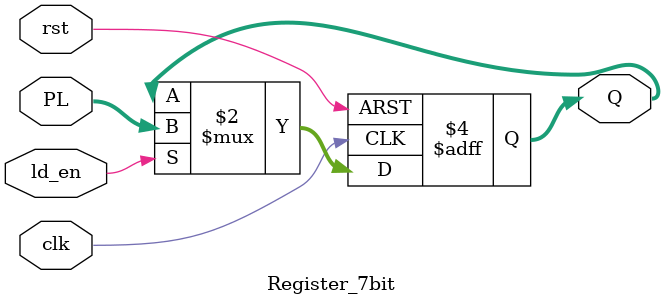
<source format=v>
`timescale 1ns/1ns
module Register_7bit(clk,rst,ld_en, PL, Q);
    input clk,rst,ld_en;
    input [6:0] PL;
    output reg [6:0] Q;

    always @(posedge clk, posedge rst) begin
        if(rst) Q <= 7'd0;
        else if(ld_en) Q <= PL;
    end
endmodule

</source>
